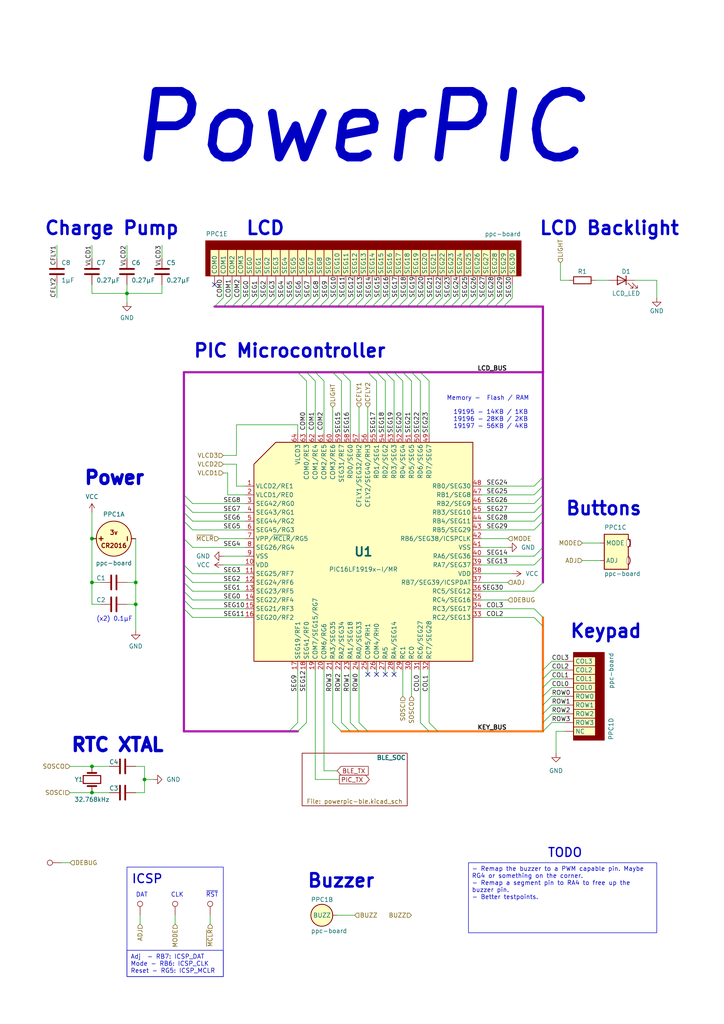
<source format=kicad_sch>
(kicad_sch (version 20220622) (generator eeschema)
  (paper "A4" portrait)
  (title_block (title "Power PIC Calculator Watch") (date "2022-08-17") (rev "3.0") (comment 1 "Designed by Rex McKinnon <0xff@rexploits.com>") (comment 3 "IN DEVELOPMENT"))
  (lib_symbols
    (symbol "Connector:TestPoint" (pin_numbers hide) (pin_names (offset 0.762) hide)
      (property "Reference" "TP" (at 0 6.858 0))
      (property "Value" "TestPoint" (at 0 5.08 0))
      (symbol "TestPoint_1_1"
        (pin passive line (at 0 0 90) (length 2.54) (name "1") (number "1"))
      )
    )
    (symbol "Device:C" (pin_numbers hide) (pin_names (offset 0.254))
      (property "Reference" "C" (at 0.635 2.54 0))
      (property "Value" "C" (at 0.635 -2.54 0))
      (symbol "C_1_1"
        (pin passive line (at 0 3.81 270) (length 2.794) (name "~") (number "1"))
        (pin passive line (at 0 -3.81 90) (length 2.794) (name "~") (number "2"))
      )
    )
    (symbol "Device:Crystal" (pin_numbers hide) (pin_names (offset 1.016) hide)
      (property "Reference" "Y" (at 0 3.81 0))
      (property "Value" "Crystal" (at 0 -3.81 0))
      (symbol "Crystal_1_1"
        (pin passive line (at -3.81 0 0) (length 1.27) (name "1") (number "1"))
        (pin passive line (at 3.81 0 180) (length 1.27) (name "2") (number "2"))
      )
    )
    (symbol "Device:LED" (pin_numbers hide) (pin_names (offset 1.016) hide)
      (property "Reference" "D" (at 0 2.54 0))
      (property "Value" "LED" (at 0 -2.54 0))
      (symbol "LED_1_1"
        (pin passive line (at -3.81 0 0) (length 2.54) (name "K") (number "1"))
        (pin passive line (at 3.81 0 180) (length 2.54) (name "A") (number "2"))
      )
    )
    (symbol "Device:R" (pin_numbers hide) (pin_names (offset 0))
      (property "Reference" "R" (at 2.032 0 90))
      (property "Value" "R" (at 0 0 90))
      (symbol "R_1_1"
        (pin passive line (at 0 3.81 270) (length 1.27) (name "~") (number "1"))
        (pin passive line (at 0 -3.81 90) (length 1.27) (name "~") (number "2"))
      )
    )
    (symbol "power:GND" (power) (pin_names (offset 0))
      (property "Value" "GND" (at 0 -3.81 0))
      (symbol "GND_1_1"
        (pin power_in line (at 0 0 270) (length 0) hide (name "GND") (number "1"))
      )
    )
    (symbol "power:VCC" (power) (pin_names (offset 0))
      (property "Value" "VCC" (at 0 3.81 0))
      (symbol "VCC_1_1"
        (pin power_in line (at 0 0 90) (length 0) hide (name "VCC") (number "1"))
      )
    )
    (symbol "powerpic:PIC16F1919x-xMR"
      (property "Reference" "U" (at -29.845 29.845 0))
      (property "Value" "PIC16F1919x-xMR" (at 0 0 0))
      (symbol "PIC16F1919x-xMR_1_1"
        (pin bidirectional line (at -34.29 19.05 0) (length 2.54) (name "VLCD2/RE1") (number "1"))
        (pin power_in line (at -34.29 -3.81 0) (length 2.54) (name "VDD") (number "10"))
        (pin bidirectional line (at -34.29 -6.35 0) (length 2.54) (name "SEG25/RF7") (number "11"))
        (pin bidirectional line (at -34.29 -8.89 0) (length 2.54) (name "SEG24/RF6") (number "12"))
        (pin bidirectional line (at -34.29 -11.43 0) (length 2.54) (name "SEG23/RF5") (number "13"))
        (pin bidirectional line (at -34.29 -13.97 0) (length 2.54) (name "SEG22/RF4") (number "14"))
        (pin bidirectional line (at -34.29 -16.51 0) (length 2.54) (name "SEG21/RF3") (number "15"))
        (pin bidirectional line (at -34.29 -19.05 0) (length 2.54) (name "SEG20/RF2") (number "16"))
        (pin bidirectional line (at -19.05 -34.29 90) (length 2.54) (name "SEG19/RF1") (number "17"))
        (pin bidirectional line (at -16.51 -34.29 90) (length 2.54) (name "SEG41/RF0") (number "18"))
        (pin bidirectional line (at -13.97 -34.29 90) (length 2.54) (name "COM7/SEG15/RG7") (number "19"))
        (pin bidirectional line (at -34.29 16.51 0) (length 2.54) (name "VLCD1/RE0") (number "2"))
        (pin bidirectional line (at -11.43 -34.29 90) (length 2.54) (name "COM6/RG6") (number "20"))
        (pin bidirectional line (at -8.89 -34.29 90) (length 2.54) (name "RA3/SEG35") (number "21"))
        (pin bidirectional line (at -6.35 -34.29 90) (length 2.54) (name "RA2/SEG34") (number "22"))
        (pin bidirectional line (at -3.81 -34.29 90) (length 2.54) (name "RA1/SEG18") (number "23"))
        (pin bidirectional line (at -1.27 -34.29 90) (length 2.54) (name "RA0/SEG33") (number "24"))
        (pin bidirectional line (at 1.27 -34.29 90) (length 2.54) (name "COM5/RH1") (number "25"))
        (pin bidirectional line (at 3.81 -34.29 90) (length 2.54) (name "COM4/RH0") (number "26"))
        (pin bidirectional line (at 6.35 -34.29 90) (length 2.54) (name "RA5") (number "27"))
        (pin bidirectional line (at 8.89 -34.29 90) (length 2.54) (name "RA4/SEG14") (number "28"))
        (pin bidirectional line (at 11.43 -34.29 90) (length 2.54) (name "RC1") (number "29"))
        (pin bidirectional line (at -34.29 13.97 0) (length 2.54) (name "SEG42/RG0") (number "3"))
        (pin bidirectional line (at 13.97 -34.29 90) (length 2.54) (name "RC0") (number "30"))
        (pin bidirectional line (at 16.51 -34.29 90) (length 2.54) (name "RC6/SEG27") (number "31"))
        (pin bidirectional line (at 19.05 -34.29 90) (length 2.54) (name "RC7/SEG28") (number "32"))
        (pin bidirectional line (at 34.29 -19.05 180) (length 2.54) (name "RC2/SEG13") (number "33"))
        (pin bidirectional line (at 34.29 -16.51 180) (length 2.54) (name "RC3/SEG17") (number "34"))
        (pin bidirectional line (at 34.29 -13.97 180) (length 2.54) (name "RC4/SEG16") (number "35"))
        (pin bidirectional line (at 34.29 -11.43 180) (length 2.54) (name "RC5/SEG12") (number "36"))
        (pin bidirectional line (at 34.29 -8.89 180) (length 2.54) (name "RB7/SEG39/ICSPDAT") (number "37"))
        (pin power_in line (at 34.29 -6.35 180) (length 2.54) (name "VDD") (number "38"))
        (pin bidirectional line (at 34.29 -3.81 180) (length 2.54) (name "RA7/SEG37") (number "39"))
        (pin bidirectional line (at -34.29 11.43 0) (length 2.54) (name "SEG43/RG1") (number "4"))
        (pin bidirectional line (at 34.29 -1.27 180) (length 2.54) (name "RA6/SEG36") (number "40"))
        (pin power_in line (at 34.29 1.27 180) (length 2.54) (name "VSS") (number "41"))
        (pin bidirectional line (at 34.29 3.81 180) (length 2.54) (name "RB6/SEG38/ICSPCLK") (number "42"))
        (pin bidirectional line (at 34.29 6.35 180) (length 2.54) (name "RB5/SEG29") (number "43"))
        (pin bidirectional line (at 34.29 8.89 180) (length 2.54) (name "RB4/SEG11") (number "44"))
        (pin bidirectional line (at 34.29 11.43 180) (length 2.54) (name "RB3/SEG10") (number "45"))
        (pin bidirectional line (at 34.29 13.97 180) (length 2.54) (name "RB2/SEG9") (number "46"))
        (pin bidirectional line (at 34.29 16.51 180) (length 2.54) (name "RB1/SEG8") (number "47"))
        (pin bidirectional line (at 34.29 19.05 180) (length 2.54) (name "RB0/SEG30") (number "48"))
        (pin bidirectional line (at 19.05 34.29 270) (length 2.54) (name "RD7/SEG7") (number "49"))
        (pin bidirectional line (at -34.29 8.89 0) (length 2.54) (name "SEG44/RG2") (number "5"))
        (pin bidirectional line (at 16.51 34.29 270) (length 2.54) (name "RD6/SEG6") (number "50"))
        (pin bidirectional line (at 13.97 34.29 270) (length 2.54) (name "RD5/SEG5") (number "51"))
        (pin bidirectional line (at 11.43 34.29 270) (length 2.54) (name "RD4/SEG4") (number "52"))
        (pin bidirectional line (at 8.89 34.29 270) (length 2.54) (name "RD3/SEG3") (number "53"))
        (pin bidirectional line (at 6.35 34.29 270) (length 2.54) (name "RD2/SEG2") (number "54"))
        (pin bidirectional line (at 3.81 34.29 270) (length 2.54) (name "RD1/SEG1") (number "55"))
        (pin bidirectional line (at 1.27 34.29 270) (length 2.54) (name "CFLY2/SEG40/RH3") (number "56"))
        (pin bidirectional line (at -1.27 34.29 270) (length 2.54) (name "CFLY1/SEG32/RH2") (number "57"))
        (pin bidirectional line (at -3.81 34.29 270) (length 2.54) (name "RD0/SEG0") (number "58"))
        (pin bidirectional line (at -6.35 34.29 270) (length 2.54) (name "SEG31/RE7") (number "59"))
        (pin bidirectional line (at -34.29 6.35 0) (length 2.54) (name "SEG45/RG3") (number "6"))
        (pin bidirectional line (at -8.89 34.29 270) (length 2.54) (name "COM3/RE6") (number "60"))
        (pin bidirectional line (at -11.43 34.29 270) (length 2.54) (name "COM2/RE5") (number "61"))
        (pin bidirectional line (at -13.97 34.29 270) (length 2.54) (name "COM1/RE4") (number "62"))
        (pin bidirectional line (at -16.51 34.29 270) (length 2.54) (name "COM0/RE3") (number "63"))
        (pin input line (at -19.05 34.29 270) (length 2.54) (name "VLCD3") (number "64"))
        (pin power_in line (at -34.29 -1.27 0) (length 2.54) hide (name "VSS") (number "65"))
        (pin bidirectional line (at -34.29 3.81 0) (length 2.54) (name "VPP/~{MCLR}/RG5") (number "7"))
        (pin bidirectional line (at -34.29 1.27 0) (length 2.54) (name "SEG26/RG4") (number "8"))
        (pin power_in line (at -34.29 -1.27 0) (length 2.54) (name "VSS") (number "9"))
      )
    )
    (symbol "powerpic:ppc-board" (pin_numbers hide)
      (property "Reference" "PPC" (at 0 0 0))
      (property "Value" "ppc-board" (at 0 0 0))
      (symbol "ppc-board_1_0"
        (text "+" (at -3.81 0 900) (effects (font (size 1.524 1.524) bold)))
        (text "-" (at 3.81 0 900) (effects (font (size 1.524 1.524) bold)))
        (text "3v" (at 0 1.778 0) (effects (font (size 1.27 1.27) bold)))
        (text "CR2016" (at 0 -2.032 0) (effects (font (size 1.27 1.27) bold)))
      )
      (symbol "ppc-board_1_1"
        (pin power_out line (at -6.35 0 0) (length 1.27) hide (name "VCC") (number "1"))
        (pin power_out line (at 6.35 0 180) (length 1.27) hide (name "GND") (number "2"))
      )
      (symbol "ppc-board_2_1"
        (pin input line (at 3.81 0 180) (length 1.27) (name "BUZZ") (number "3"))
      )
      (symbol "ppc-board_3_1"
        (pin output line (at -3.81 2.54 0) (length 1.27) (name "MODE") (number "4"))
        (pin output line (at -3.81 -2.54 0) (length 1.27) (name "ADJ") (number "5"))
      )
      (symbol "ppc-board_4_1"
        (pin bidirectional line (at 6.35 0 180) (length 2.54) (name "ROW0") (number "10"))
        (pin bidirectional line (at 6.35 -2.54 180) (length 2.54) (name "COL0") (number "11"))
        (pin bidirectional line (at 6.35 -5.08 180) (length 2.54) (name "COL1") (number "12"))
        (pin bidirectional line (at 6.35 -7.62 180) (length 2.54) (name "COL2") (number "13"))
        (pin bidirectional line (at 6.35 -10.16 180) (length 2.54) (name "COL3") (number "14"))
        (pin unspecified line (at 6.35 10.16 180) (length 2.54) (name "NC") (number "6"))
        (pin bidirectional line (at 6.35 7.62 180) (length 2.54) (name "ROW3") (number "7"))
        (pin bidirectional line (at 6.35 5.08 180) (length 2.54) (name "ROW2") (number "8"))
        (pin bidirectional line (at 6.35 2.54 180) (length 2.54) (name "ROW1") (number "9"))
      )
      (symbol "ppc-board_5_1"
        (pin input line (at -6.35 41.91 0) (length 2.54) (name "COM0") (number "15"))
        (pin input line (at -6.35 39.37 0) (length 2.54) (name "COM1") (number "16"))
        (pin input line (at -6.35 36.83 0) (length 2.54) (name "COM2") (number "17"))
        (pin input line (at -6.35 34.29 0) (length 2.54) (name "COM3") (number "18"))
        (pin input line (at -6.35 31.75 0) (length 2.54) (name "SEG0") (number "19"))
        (pin input line (at -6.35 29.21 0) (length 2.54) (name "SEG1") (number "20"))
        (pin input line (at -6.35 26.67 0) (length 2.54) (name "SEG2") (number "21"))
        (pin input line (at -6.35 24.13 0) (length 2.54) (name "SEG3") (number "22"))
        (pin input line (at -6.35 21.59 0) (length 2.54) (name "SEG4") (number "23"))
        (pin input line (at -6.35 19.05 0) (length 2.54) (name "SEG5") (number "24"))
        (pin input line (at -6.35 16.51 0) (length 2.54) (name "SEG6") (number "25"))
        (pin input line (at -6.35 13.97 0) (length 2.54) (name "SEG7") (number "26"))
        (pin input line (at -6.35 11.43 0) (length 2.54) (name "SEG8") (number "27"))
        (pin input line (at -6.35 8.89 0) (length 2.54) (name "SEG9") (number "28"))
        (pin input line (at -6.35 6.35 0) (length 2.54) (name "SEG10") (number "29"))
        (pin input line (at -6.35 3.81 0) (length 2.54) (name "SEG11") (number "30"))
        (pin input line (at -6.35 1.27 0) (length 2.54) (name "SEG12") (number "31"))
        (pin input line (at -6.35 -1.27 0) (length 2.54) (name "SEG13") (number "32"))
        (pin input line (at -6.35 -3.81 0) (length 2.54) (name "SEG14") (number "33"))
        (pin input line (at -6.35 -6.35 0) (length 2.54) (name "SEG15") (number "34"))
        (pin input line (at -6.35 -8.89 0) (length 2.54) (name "SEG16") (number "35"))
        (pin input line (at -6.35 -11.43 0) (length 2.54) (name "SEG17") (number "36"))
        (pin input line (at -6.35 -13.97 0) (length 2.54) (name "SEG18") (number "37"))
        (pin input line (at -6.35 -16.51 0) (length 2.54) (name "SEG19") (number "38"))
        (pin input line (at -6.35 -19.05 0) (length 2.54) (name "SEG20") (number "39"))
        (pin input line (at -6.35 -21.59 0) (length 2.54) (name "SEG21") (number "40"))
        (pin input line (at -6.35 -24.13 0) (length 2.54) (name "SEG22") (number "41"))
        (pin input line (at -6.35 -26.67 0) (length 2.54) (name "SEG23") (number "42"))
        (pin input line (at -6.35 -29.21 0) (length 2.54) (name "SEG24") (number "43"))
        (pin input line (at -6.35 -31.75 0) (length 2.54) (name "SEG25") (number "44"))
        (pin input line (at -6.35 -34.29 0) (length 2.54) (name "SEG26") (number "45"))
        (pin input line (at -6.35 -36.83 0) (length 2.54) (name "SEG27") (number "46"))
        (pin input line (at -6.35 -39.37 0) (length 2.54) (name "SEG28") (number "47"))
        (pin input line (at -6.35 -41.91 0) (length 2.54) (name "SEG29") (number "48"))
        (pin input line (at -6.35 -44.45 0) (length 2.54) (name "SEG30") (number "49"))
      )
    )
  )
  (junction (at 26.67 156.21))
  (junction (at 26.67 168.91))
  (junction (at 39.37 168.91))
  (junction (at 26.67 222.25))
  (junction (at 39.37 175.26))
  (junction (at 41.91 226.06))
  (junction (at 36.83 85.09))
  (junction (at 157.48 107.95) (diameter 0.635) (color 162 18 165 1))
  (junction (at 26.67 229.87))
  (no_connect (at 114.3 195.58))
  (no_connect (at 111.76 195.58))
  (no_connect (at 106.68 195.58))
  (no_connect (at 109.22 195.58))
  (no_connect (at 62.23 82.55))
  (bus_entry (at 143.51 88.9) (size 2.54 -2.54))
  (bus_entry (at 130.81 88.9) (size 2.54 -2.54))
  (bus_entry (at 53.34 156.21) (size 2.54 2.54))
  (bus_entry (at 133.35 88.9) (size 2.54 -2.54))
  (bus_entry (at 53.34 166.37) (size 2.54 2.54))
  (bus_entry (at 87.63 88.9) (size 2.54 -2.54))
  (bus_entry (at 53.34 176.53) (size 2.54 2.54))
  (bus_entry (at 140.97 88.9) (size 2.54 -2.54))
  (bus_entry (at 85.09 88.9) (size 2.54 -2.54))
  (bus_entry (at 138.43 88.9) (size 2.54 -2.54))
  (bus_entry (at 86.36 107.95) (size 2.54 2.54))
  (bus_entry (at 110.49 88.9) (size 2.54 -2.54))
  (bus_entry (at 121.92 107.95) (size 2.54 2.54))
  (bus_entry (at 67.31 88.9) (size 2.54 -2.54))
  (bus_entry (at 62.23 88.9) (size 2.54 -2.54))
  (bus_entry (at 64.77 88.9) (size 2.54 -2.54))
  (bus_entry (at 77.47 88.9) (size 2.54 -2.54))
  (bus_entry (at 80.01 88.9) (size 2.54 -2.54))
  (bus_entry (at 74.93 88.9) (size 2.54 -2.54))
  (bus_entry (at 72.39 88.9) (size 2.54 -2.54))
  (bus_entry (at 69.85 88.9) (size 2.54 -2.54))
  (bus_entry (at 120.65 88.9) (size 2.54 -2.54))
  (bus_entry (at 96.52 107.95) (size 2.54 2.54))
  (bus_entry (at 53.34 173.99) (size 2.54 2.54))
  (bus_entry (at 100.33 88.9) (size 2.54 -2.54))
  (bus_entry (at 106.68 107.95) (size 2.54 2.54))
  (bus_entry (at 109.22 107.95) (size 2.54 2.54))
  (bus_entry (at 53.34 168.91) (size 2.54 2.54))
  (bus_entry (at 128.27 88.9) (size 2.54 -2.54))
  (bus_entry (at 157.48 201.93) (size 2.54 -2.54))
  (bus_entry (at 157.48 199.39) (size 2.54 -2.54))
  (bus_entry (at 157.48 196.85) (size 2.54 -2.54))
  (bus_entry (at 157.48 194.31) (size 2.54 -2.54))
  (bus_entry (at 157.48 204.47) (size 2.54 -2.54))
  (bus_entry (at 157.48 212.09) (size 2.54 -2.54))
  (bus_entry (at 157.48 209.55) (size 2.54 -2.54))
  (bus_entry (at 157.48 207.01) (size 2.54 -2.54))
  (bus_entry (at 99.06 107.95) (size 2.54 2.54))
  (bus_entry (at 53.34 146.05) (size 2.54 2.54))
  (bus_entry (at 114.3 107.95) (size 2.54 2.54))
  (bus_entry (at 116.84 107.95) (size 2.54 2.54))
  (bus_entry (at 119.38 107.95) (size 2.54 2.54))
  (bus_entry (at 146.05 88.9) (size 2.54 -2.54))
  (bus_entry (at 135.89 88.9) (size 2.54 -2.54))
  (bus_entry (at 154.94 140.97) (size 2.54 -2.54))
  (bus_entry (at 154.94 163.83) (size 2.54 -2.54))
  (bus_entry (at 154.94 161.29) (size 2.54 -2.54))
  (bus_entry (at 154.94 153.67) (size 2.54 -2.54))
  (bus_entry (at 154.94 151.13) (size 2.54 -2.54))
  (bus_entry (at 154.94 148.59) (size 2.54 -2.54))
  (bus_entry (at 154.94 146.05) (size 2.54 -2.54))
  (bus_entry (at 154.94 143.51) (size 2.54 -2.54))
  (bus_entry (at 154.94 171.45) (size 2.54 -2.54))
  (bus_entry (at 92.71 88.9) (size 2.54 -2.54))
  (bus_entry (at 53.34 148.59) (size 2.54 2.54))
  (bus_entry (at 105.41 88.9) (size 2.54 -2.54))
  (bus_entry (at 123.19 88.9) (size 2.54 -2.54))
  (bus_entry (at 121.92 209.55) (size 2.54 2.54))
  (bus_entry (at 124.46 209.55) (size 2.54 2.54))
  (bus_entry (at 53.34 143.51) (size 2.54 2.54))
  (bus_entry (at 111.76 107.95) (size 2.54 2.54))
  (bus_entry (at 107.95 88.9) (size 2.54 -2.54))
  (bus_entry (at 125.73 88.9) (size 2.54 -2.54))
  (bus_entry (at 91.44 107.95) (size 2.54 2.54))
  (bus_entry (at 53.34 151.13) (size 2.54 2.54))
  (bus_entry (at 96.52 209.55) (size 2.54 2.54))
  (bus_entry (at 99.06 209.55) (size 2.54 2.54))
  (bus_entry (at 101.6 209.55) (size 2.54 2.54))
  (bus_entry (at 104.14 209.55) (size 2.54 2.54))
  (bus_entry (at 154.94 176.53) (size 2.54 2.54))
  (bus_entry (at 154.94 179.07) (size 2.54 2.54))
  (bus_entry (at 82.55 88.9) (size 2.54 -2.54))
  (bus_entry (at 83.82 212.09) (size 2.54 -2.54))
  (bus_entry (at 86.36 212.09) (size 2.54 -2.54))
  (bus_entry (at 97.79 88.9) (size 2.54 -2.54))
  (bus_entry (at 53.34 171.45) (size 2.54 2.54))
  (bus_entry (at 88.9 107.95) (size 2.54 2.54))
  (bus_entry (at 53.34 163.83) (size 2.54 2.54))
  (bus_entry (at 102.87 88.9) (size 2.54 -2.54))
  (bus_entry (at 95.25 88.9) (size 2.54 -2.54))
  (bus_entry (at 90.17 88.9) (size 2.54 -2.54))
  (bus_entry (at 118.11 88.9) (size 2.54 -2.54))
  (bus_entry (at 115.57 88.9) (size 2.54 -2.54))
  (bus_entry (at 113.03 88.9) (size 2.54 -2.54))
  (wire (pts (xy 146.05 82.55) (xy 146.05 86.36)))
  (wire (pts (xy 143.51 82.55) (xy 143.51 86.36)))
  (bus (pts (xy 86.36 107.95) (xy 88.9 107.95)) (stroke (width 0.635) (color 162 18 165 1)))
  (bus (pts (xy 53.34 151.13) (xy 53.34 156.21)) (stroke (width 0.635) (color 162 18 165 1)))
  (wire (pts (xy 135.89 82.55) (xy 135.89 86.36)))
  (wire (pts (xy 60.96 265.43) (xy 60.96 267.97)))
  (wire (pts (xy 85.09 82.55) (xy 85.09 86.36)))
  (bus (pts (xy 99.06 107.95) (xy 106.68 107.95)) (stroke (width 0.635) (color 162 18 165 1)))
  (wire (pts (xy 66.04 137.16) (xy 66.04 143.51)))
  (wire (pts (xy 104.14 125.73) (xy 104.14 118.11)))
  (wire (pts (xy 36.83 85.09) (xy 36.83 87.63)))
  (bus (pts (xy 92.71 88.9) (xy 90.17 88.9)) (stroke (width 0.635) (color 162 18 165 1)))
  (bus (pts (xy 82.55 88.9) (xy 80.01 88.9)) (stroke (width 0.635) (color 162 18 165 1)))
  (wire (pts (xy 77.47 82.55) (xy 77.47 86.36)))
  (wire (pts (xy 46.99 71.12) (xy 46.99 74.93)))
  (wire (pts (xy 104.14 194.31) (xy 104.14 209.55)))
  (bus (pts (xy 53.34 107.95) (xy 86.36 107.95)) (stroke (width 0.635) (color 162 18 165 1)))
  (wire (pts (xy 123.19 82.55) (xy 123.19 86.36)))
  (wire (pts (xy 147.32 168.91) (xy 139.7 168.91)))
  (wire (pts (xy 86.36 125.73) (xy 86.36 123.19)))
  (wire (pts (xy 109.22 110.49) (xy 109.22 125.73)))
  (wire (pts (xy 36.83 175.26) (xy 39.37 175.26)))
  (bus (pts (xy 53.34 143.51) (xy 53.34 107.95)) (stroke (width 0.635) (color 162 18 165 1)))
  (wire (pts (xy 90.17 82.55) (xy 90.17 86.36)))
  (wire (pts (xy 100.33 82.55) (xy 100.33 86.36)))
  (wire (pts (xy 91.44 110.49) (xy 91.44 125.73)))
  (wire (pts (xy 168.91 157.48) (xy 173.99 157.48)))
  (wire (pts (xy 161.29 212.09) (xy 163.83 212.09)))
  (wire (pts (xy 115.57 82.55) (xy 115.57 86.36)))
  (bus (pts (xy 99.06 107.95) (xy 96.52 107.95)) (stroke (width 0.635) (color 162 18 165 1)))
  (bus (pts (xy 80.01 88.9) (xy 77.47 88.9)) (stroke (width 0.635) (color 162 18 165 1)))
  (bus (pts (xy 53.34 156.21) (xy 53.34 163.83)) (stroke (width 0.635) (color 162 18 165 1)))
  (wire (pts (xy 26.67 222.25) (xy 31.75 222.25)))
  (wire (pts (xy 68.58 132.08) (xy 64.77 132.08)))
  (wire (pts (xy 161.29 218.44) (xy 161.29 212.09)))
  (wire (pts (xy 102.87 82.55) (xy 102.87 86.36)))
  (bus (pts (xy 130.81 88.9) (xy 128.27 88.9)) (stroke (width 0.635) (color 162 18 165 1)))
  (wire (pts (xy 64.77 134.62) (xy 68.58 134.62)))
  (bus (pts (xy 157.48 138.43) (xy 157.48 140.97)) (stroke (width 0.635) (color 162 18 165 1)))
  (wire (pts (xy 68.58 140.97) (xy 68.58 134.62)))
  (wire (pts (xy 130.81 82.55) (xy 130.81 86.36)))
  (wire (pts (xy 139.7 148.59) (xy 154.94 148.59)))
  (wire (pts (xy 105.41 82.55) (xy 105.41 86.36)))
  (wire (pts (xy 55.88 176.53) (xy 71.12 176.53)))
  (bus (pts (xy 119.38 107.95) (xy 121.92 107.95)) (stroke (width 0.635) (color 162 18 165 1)))
  (wire (pts (xy 99.06 110.49) (xy 99.06 125.73)))
  (bus (pts (xy 83.82 212.09) (xy 86.36 212.09)) (stroke (width 0.635) (color 162 18 165 1)))
  (wire (pts (xy 121.92 110.49) (xy 121.92 125.73)))
  (wire (pts (xy 114.3 195.58) (xy 114.3 194.31)))
  (bus (pts (xy 102.87 88.9) (xy 100.33 88.9)) (stroke (width 0.635) (color 162 18 165 1)))
  (bus (pts (xy 157.48 209.55) (xy 157.48 212.09)) (stroke (width 0.6096) (color 255 109 13 1)))
  (wire (pts (xy 64.77 163.83) (xy 71.12 163.83)))
  (wire (pts (xy 107.95 82.55) (xy 107.95 86.36)))
  (wire (pts (xy 162.56 76.2) (xy 162.56 81.28)))
  (wire (pts (xy 139.7 153.67) (xy 154.94 153.67)))
  (wire (pts (xy 160.02 204.47) (xy 163.83 204.47)))
  (bus (pts (xy 97.79 88.9) (xy 95.25 88.9)) (stroke (width 0.635) (color 162 18 165 1)))
  (wire (pts (xy 120.65 82.55) (xy 120.65 86.36)))
  (bus (pts (xy 107.95 88.9) (xy 105.41 88.9)) (stroke (width 0.635) (color 162 18 165 1)))
  (wire (pts (xy 124.46 194.31) (xy 124.46 209.55)))
  (wire (pts (xy 20.32 222.25) (xy 26.67 222.25)))
  (wire (pts (xy 87.63 82.55) (xy 87.63 86.36)))
  (bus (pts (xy 53.34 148.59) (xy 53.34 146.05)) (stroke (width 0.635) (color 162 18 165 1)))
  (bus (pts (xy 106.68 212.09) (xy 124.46 212.09)) (stroke (width 0.6096) (color 255 109 13 1)))
  (wire (pts (xy 55.88 146.05) (xy 71.12 146.05)))
  (wire (pts (xy 63.5 156.21) (xy 71.12 156.21)))
  (wire (pts (xy 64.77 137.16) (xy 66.04 137.16)))
  (bus (pts (xy 157.48 148.59) (xy 157.48 151.13)) (stroke (width 0.635) (color 162 18 165 1)))
  (bus (pts (xy 118.11 88.9) (xy 115.57 88.9)) (stroke (width 0.635) (color 162 18 165 1)))
  (wire (pts (xy 139.7 166.37) (xy 148.59 166.37)))
  (wire (pts (xy 96.52 118.11) (xy 96.52 125.73)))
  (wire (pts (xy 95.25 82.55) (xy 95.25 86.36)))
  (wire (pts (xy 26.67 148.59) (xy 26.67 156.21)))
  (bus (pts (xy 114.3 107.95) (xy 111.76 107.95)) (stroke (width 0.635) (color 162 18 165 1)))
  (wire (pts (xy 97.79 82.55) (xy 97.79 86.36)))
  (wire (pts (xy 139.7 171.45) (xy 154.94 171.45)))
  (wire (pts (xy 147.32 173.99) (xy 139.7 173.99)))
  (wire (pts (xy 71.12 140.97) (xy 68.58 140.97)))
  (bus (pts (xy 64.77 88.9) (xy 62.23 88.9)) (stroke (width 0.635) (color 162 18 165 1)))
  (bus (pts (xy 128.27 88.9) (xy 125.73 88.9)) (stroke (width 0.635) (color 162 18 165 1)))
  (wire (pts (xy 111.76 195.58) (xy 111.76 194.31)))
  (wire (pts (xy 128.27 82.55) (xy 128.27 86.36)))
  (wire (pts (xy 26.67 156.21) (xy 26.67 168.91)))
  (bus (pts (xy 157.48 179.07) (xy 157.48 181.61)) (stroke (width 0.6096) (color 255 109 13 1)))
  (bus (pts (xy 104.14 212.09) (xy 106.68 212.09)) (stroke (width 0.6096) (color 255 109 13 1)))
  (bus (pts (xy 157.48 107.95) (xy 157.48 138.43)) (stroke (width 0.635) (color 162 18 165 1)))
  (wire (pts (xy 168.91 162.56) (xy 173.99 162.56)))
  (wire (pts (xy 119.38 194.31) (xy 119.38 201.93)))
  (wire (pts (xy 26.67 82.55) (xy 26.67 85.09)))
  (wire (pts (xy 160.02 199.39) (xy 163.83 199.39)))
  (bus (pts (xy 143.51 88.9) (xy 140.97 88.9)) (stroke (width 0.635) (color 162 18 165 1)))
  (wire (pts (xy 160.02 207.01) (xy 163.83 207.01)))
  (wire (pts (xy 41.91 226.06) (xy 41.91 222.25)))
  (wire (pts (xy 41.91 222.25) (xy 39.37 222.25)))
  (bus (pts (xy 53.34 166.37) (xy 53.34 163.83)) (stroke (width 0.635) (color 162 18 165 1)))
  (bus (pts (xy 121.92 107.95) (xy 157.48 107.95)) (stroke (width 0.635) (color 162 18 165 1)))
  (bus (pts (xy 157.48 199.39) (xy 157.48 201.93)) (stroke (width 0.6096) (color 255 109 13 1)))
  (wire (pts (xy 114.3 110.49) (xy 114.3 125.73)))
  (wire (pts (xy 139.7 179.07) (xy 154.94 179.07)))
  (wire (pts (xy 88.9 110.49) (xy 88.9 125.73)))
  (wire (pts (xy 55.88 148.59) (xy 71.12 148.59)))
  (wire (pts (xy 64.77 161.29) (xy 71.12 161.29)))
  (bus (pts (xy 77.47 88.9) (xy 74.93 88.9)) (stroke (width 0.635) (color 162 18 165 1)))
  (bus (pts (xy 91.44 107.95) (xy 96.52 107.95)) (stroke (width 0.635) (color 162 18 165 1)))
  (bus (pts (xy 53.34 212.09) (xy 53.34 176.53)) (stroke (width 0.635) (color 162 18 165 1)))
  (wire (pts (xy 113.03 82.55) (xy 113.03 86.36)))
  (bus (pts (xy 53.34 171.45) (xy 53.34 173.99)) (stroke (width 0.635) (color 162 18 165 1)))
  (bus (pts (xy 124.46 212.09) (xy 127 212.09)) (stroke (width 0.6096) (color 255 109 13 1)))
  (wire (pts (xy 69.85 82.55) (xy 69.85 86.36)))
  (wire (pts (xy 67.31 82.55) (xy 67.31 86.36)))
  (wire (pts (xy 101.6 110.49) (xy 101.6 125.73)))
  (bus (pts (xy 157.48 151.13) (xy 157.48 158.75)) (stroke (width 0.635) (color 162 18 165 1)))
  (bus (pts (xy 53.34 168.91) (xy 53.34 166.37)) (stroke (width 0.635) (color 162 18 165 1)))
  (wire (pts (xy 139.7 140.97) (xy 154.94 140.97)))
  (bus (pts (xy 157.48 143.51) (xy 157.48 146.05)) (stroke (width 0.635) (color 162 18 165 1)))
  (wire (pts (xy 109.22 195.58) (xy 109.22 194.31)))
  (bus (pts (xy 67.31 88.9) (xy 64.77 88.9)) (stroke (width 0.635) (color 162 18 165 1)))
  (wire (pts (xy 116.84 194.31) (xy 116.84 201.93)))
  (bus (pts (xy 109.22 107.95) (xy 111.76 107.95)) (stroke (width 0.635) (color 162 18 165 1)))
  (bus (pts (xy 157.48 196.85) (xy 157.48 199.39)) (stroke (width 0.6096) (color 255 109 13 1)))
  (wire (pts (xy 36.83 71.12) (xy 36.83 74.93)))
  (wire (pts (xy 110.49 82.55) (xy 110.49 86.36)))
  (wire (pts (xy 16.51 71.12) (xy 16.51 74.93)))
  (wire (pts (xy 86.36 123.19) (xy 68.58 123.19)))
  (bus (pts (xy 53.34 212.09) (xy 83.82 212.09)) (stroke (width 0.635) (color 162 18 165 1)))
  (bus (pts (xy 106.68 107.95) (xy 109.22 107.95)) (stroke (width 0.635) (color 162 18 165 1)))
  (bus (pts (xy 53.34 173.99) (xy 53.34 176.53)) (stroke (width 0.635) (color 162 18 165 1)))
  (wire (pts (xy 92.71 82.55) (xy 92.71 86.36)))
  (wire (pts (xy 93.98 194.31) (xy 93.98 223.52)))
  (wire (pts (xy 139.7 161.29) (xy 154.94 161.29)))
  (wire (pts (xy 125.73 82.55) (xy 125.73 86.36)))
  (bus (pts (xy 95.25 88.9) (xy 92.71 88.9)) (stroke (width 0.635) (color 162 18 165 1)))
  (wire (pts (xy 36.83 168.91) (xy 39.37 168.91)))
  (wire (pts (xy 133.35 82.55) (xy 133.35 86.36)))
  (wire (pts (xy 140.97 82.55) (xy 140.97 86.36)))
  (wire (pts (xy 88.9 194.31) (xy 88.9 209.55)))
  (wire (pts (xy 26.67 168.91) (xy 26.67 175.26)))
  (bus (pts (xy 99.06 212.09) (xy 101.6 212.09)) (stroke (width 0.6096) (color 255 109 13 1)))
  (wire (pts (xy 36.83 85.09) (xy 46.99 85.09)))
  (wire (pts (xy 96.52 194.31) (xy 96.52 209.55)))
  (wire (pts (xy 55.88 179.07) (xy 71.12 179.07)))
  (wire (pts (xy 20.32 229.87) (xy 26.67 229.87)))
  (wire (pts (xy 111.76 110.49) (xy 111.76 125.73)))
  (wire (pts (xy 26.67 168.91) (xy 29.21 168.91)))
  (wire (pts (xy 86.36 194.31) (xy 86.36 209.55)))
  (wire (pts (xy 72.39 82.55) (xy 72.39 86.36)))
  (bus (pts (xy 90.17 88.9) (xy 87.63 88.9)) (stroke (width 0.635) (color 162 18 165 1)))
  (wire (pts (xy 190.5 81.28) (xy 190.5 86.36)))
  (bus (pts (xy 123.19 88.9) (xy 120.65 88.9)) (stroke (width 0.635) (color 162 18 165 1)))
  (wire (pts (xy 93.98 110.49) (xy 93.98 125.73)))
  (wire (pts (xy 68.58 123.19) (xy 68.58 132.08)))
  (wire (pts (xy 101.6 194.31) (xy 101.6 209.55)))
  (wire (pts (xy 106.68 125.73) (xy 106.68 118.11)))
  (wire (pts (xy 50.8 265.43) (xy 50.8 267.97)))
  (bus (pts (xy 157.48 194.31) (xy 157.48 196.85)) (stroke (width 0.6096) (color 255 109 13 1)))
  (bus (pts (xy 87.63 88.9) (xy 85.09 88.9)) (stroke (width 0.635) (color 162 18 165 1)))
  (wire (pts (xy 26.67 175.26) (xy 29.21 175.26)))
  (wire (pts (xy 160.02 201.93) (xy 163.83 201.93)))
  (bus (pts (xy 157.48 161.29) (xy 157.48 168.91)) (stroke (width 0.635) (color 162 18 165 1)))
  (wire (pts (xy 80.01 82.55) (xy 80.01 86.36)))
  (wire (pts (xy 106.68 195.58) (xy 106.68 194.31)))
  (wire (pts (xy 64.77 82.55) (xy 64.77 86.36)))
  (bus (pts (xy 69.85 88.9) (xy 67.31 88.9)) (stroke (width 0.635) (color 162 18 165 1)))
  (wire (pts (xy 118.11 82.55) (xy 118.11 86.36)))
  (wire (pts (xy 46.99 82.55) (xy 46.99 85.09)))
  (wire (pts (xy 55.88 171.45) (xy 71.12 171.45)))
  (wire (pts (xy 160.02 196.85) (xy 163.83 196.85)))
  (bus (pts (xy 146.05 88.9) (xy 143.51 88.9)) (stroke (width 0.635) (color 162 18 165 1)))
  (wire (pts (xy 41.91 229.87) (xy 41.91 226.06)))
  (bus (pts (xy 88.9 107.95) (xy 91.44 107.95)) (stroke (width 0.635) (color 162 18 165 1)))
  (wire (pts (xy 71.12 143.51) (xy 66.04 143.51)))
  (bus (pts (xy 133.35 88.9) (xy 130.81 88.9)) (stroke (width 0.635) (color 162 18 165 1)))
  (wire (pts (xy 16.51 86.36) (xy 16.51 82.55)))
  (wire (pts (xy 55.88 173.99) (xy 71.12 173.99)))
  (bus (pts (xy 72.39 88.9) (xy 69.85 88.9)) (stroke (width 0.635) (color 162 18 165 1)))
  (bus (pts (xy 138.43 88.9) (xy 135.89 88.9)) (stroke (width 0.635) (color 162 18 165 1)))
  (wire (pts (xy 36.83 82.55) (xy 36.83 85.09)))
  (wire (pts (xy 55.88 151.13) (xy 71.12 151.13)))
  (bus (pts (xy 157.48 201.93) (xy 157.48 204.47)) (stroke (width 0.6096) (color 255 109 13 1)))
  (wire (pts (xy 55.88 153.67) (xy 71.12 153.67)))
  (bus (pts (xy 127 212.09) (xy 157.48 212.09)) (stroke (width 0.6096) (color 255 109 13 1)))
  (wire (pts (xy 40.64 265.43) (xy 40.64 267.97)))
  (bus (pts (xy 157.48 181.61) (xy 157.48 194.31)) (stroke (width 0.6096) (color 255 109 13 1)))
  (wire (pts (xy 139.7 158.75) (xy 147.32 158.75)))
  (bus (pts (xy 53.34 151.13) (xy 53.34 148.59)) (stroke (width 0.635) (color 162 18 165 1)))
  (wire (pts (xy 26.67 229.87) (xy 31.75 229.87)))
  (wire (pts (xy 162.56 81.28) (xy 165.1 81.28)))
  (bus (pts (xy 119.38 107.95) (xy 116.84 107.95)) (stroke (width 0.635) (color 162 18 165 1)))
  (bus (pts (xy 113.03 88.9) (xy 110.49 88.9)) (stroke (width 0.635) (color 162 18 165 1)))
  (wire (pts (xy 160.02 194.31) (xy 163.83 194.31)))
  (bus (pts (xy 157.48 158.75) (xy 157.48 161.29)) (stroke (width 0.635) (color 162 18 165 1)))
  (wire (pts (xy 184.15 81.28) (xy 190.5 81.28)))
  (bus (pts (xy 157.48 204.47) (xy 157.48 207.01)) (stroke (width 0.6096) (color 255 109 13 1)))
  (wire (pts (xy 139.7 163.83) (xy 154.94 163.83)))
  (wire (pts (xy 139.7 146.05) (xy 154.94 146.05)))
  (wire (pts (xy 26.67 85.09) (xy 36.83 85.09)))
  (bus (pts (xy 140.97 88.9) (xy 138.43 88.9)) (stroke (width 0.635) (color 162 18 165 1)))
  (wire (pts (xy 82.55 82.55) (xy 82.55 86.36)))
  (wire (pts (xy 39.37 175.26) (xy 39.37 182.88)))
  (wire (pts (xy 139.7 176.53) (xy 154.94 176.53)))
  (wire (pts (xy 119.38 110.49) (xy 119.38 125.73)))
  (bus (pts (xy 74.93 88.9) (xy 72.39 88.9)) (stroke (width 0.635) (color 162 18 165 1)))
  (wire (pts (xy 55.88 166.37) (xy 71.12 166.37)))
  (wire (pts (xy 139.7 143.51) (xy 154.94 143.51)))
  (bus (pts (xy 101.6 212.09) (xy 104.14 212.09)) (stroke (width 0.6096) (color 255 109 13 1)))
  (bus (pts (xy 100.33 88.9) (xy 97.79 88.9)) (stroke (width 0.635) (color 162 18 165 1)))
  (wire (pts (xy 99.06 194.31) (xy 99.06 209.55)))
  (wire (pts (xy 102.87 265.43) (xy 97.79 265.43)))
  (wire (pts (xy 17.78 250.19) (xy 20.32 250.19)))
  (bus (pts (xy 157.48 146.05) (xy 157.48 148.59)) (stroke (width 0.635) (color 162 18 165 1)))
  (bus (pts (xy 116.84 107.95) (xy 114.3 107.95)) (stroke (width 0.635) (color 162 18 165 1)))
  (bus (pts (xy 120.65 88.9) (xy 118.11 88.9)) (stroke (width 0.635) (color 162 18 165 1)))
  (wire (pts (xy 41.91 226.06) (xy 44.45 226.06)))
  (wire (pts (xy 74.93 82.55) (xy 74.93 86.36)))
  (bus (pts (xy 105.41 88.9) (xy 102.87 88.9)) (stroke (width 0.635) (color 162 18 165 1)))
  (wire (pts (xy 39.37 156.21) (xy 39.37 168.91)))
  (bus (pts (xy 146.05 88.9) (xy 157.48 88.9)) (stroke (width 0.635) (color 162 18 165 1)))
  (bus (pts (xy 135.89 88.9) (xy 133.35 88.9)) (stroke (width 0.635) (color 162 18 165 1)))
  (wire (pts (xy 160.02 191.77) (xy 163.83 191.77)))
  (wire (pts (xy 55.88 168.91) (xy 71.12 168.91)))
  (bus (pts (xy 85.09 88.9) (xy 82.55 88.9)) (stroke (width 0.635) (color 162 18 165 1)))
  (wire (pts (xy 91.44 194.31) (xy 91.44 226.06)))
  (bus (pts (xy 110.49 88.9) (xy 107.95 88.9)) (stroke (width 0.635) (color 162 18 165 1)))
  (bus (pts (xy 157.48 207.01) (xy 157.48 209.55)) (stroke (width 0.6096) (color 255 109 13 1)))
  (wire (pts (xy 172.72 81.28) (xy 176.53 81.28)))
  (bus (pts (xy 157.48 88.9) (xy 157.48 107.95)) (stroke (width 0.635) (color 162 18 165 1)))
  (wire (pts (xy 138.43 82.55) (xy 138.43 86.36)))
  (wire (pts (xy 39.37 229.87) (xy 41.91 229.87)))
  (wire (pts (xy 116.84 110.49) (xy 116.84 125.73)))
  (wire (pts (xy 124.46 110.49) (xy 124.46 125.73)))
  (wire (pts (xy 147.32 156.21) (xy 139.7 156.21)))
  (wire (pts (xy 98.425 226.06) (xy 91.44 226.06)))
  (wire (pts (xy 93.98 223.52) (xy 97.79 223.52)))
  (bus (pts (xy 157.48 140.97) (xy 157.48 143.51)) (stroke (width 0.635) (color 162 18 165 1)))
  (wire (pts (xy 121.92 194.31) (xy 121.92 209.55)))
  (bus (pts (xy 53.34 171.45) (xy 53.34 168.91)) (stroke (width 0.635) (color 162 18 165 1)))
  (wire (pts (xy 55.88 158.75) (xy 71.12 158.75)))
  (wire (pts (xy 26.67 71.12) (xy 26.67 74.93)))
  (wire (pts (xy 148.59 82.55) (xy 148.59 86.36)))
  (wire (pts (xy 39.37 168.91) (xy 39.37 175.26)))
  (wire (pts (xy 139.7 151.13) (xy 154.94 151.13)))
  (bus (pts (xy 115.57 88.9) (xy 113.03 88.9)) (stroke (width 0.635) (color 162 18 165 1)))
  (bus (pts (xy 53.34 146.05) (xy 53.34 143.51)) (stroke (width 0.635) (color 162 18 165 1)))
  (wire (pts (xy 160.02 209.55) (xy 163.83 209.55)))
  (bus (pts (xy 125.73 88.9) (xy 123.19 88.9)) (stroke (width 0.635) (color 162 18 165 1)))
  (rectangle (start 36.83 251.46) (end 64.77 283.21) (stroke (width 0.1524)))
  (text_box "- Remap the buzzer to a PWM capable pin. Maybe RG4 or something on the corner.\n- Remap a segment pin to RA4 to free up the buzzer pin.\n- Better testpoints." (at 135.89 250.19 0) (size 54.61 20.32) (effects (font (size 1.27 1.27)) (justify left top)))
  (text_box "Adj  - RB7: ICSP_DAT\nMode - RB6: ICSP_CLK\nReset - RG5: ICSP_MCLR\n" (at 36.83 275.59 0) (size 27.94 7.62) (stroke (width 0.1524)) (effects (font (size 1.27 1.27)) (justify left top)))
  (text "DAT" (at 39.37 260.35 0) (effects (font (size 1.27 1.27)) (justify left bottom)))
  (text "RTC XTAL" (at 20.32 218.44 0) (effects (font (size 3.81 3.81) (thickness 1.016) bold) (justify left bottom)))
  (text "Keypad" (at 165.1 185.42 0) (effects (font (size 3.81 3.81) bold) (justify left bottom)))
  (text "LCD" (at 71.12 68.58 0) (effects (font (size 3.81 3.81) bold) (justify left bottom)))
  (text "TODO" (at 158.75 248.92 0) (effects (font (size 2.54 2.54) (thickness 0.381) bold) (justify left bottom)))
  (text "Memory -  Flash / RAM\n\n  19195 - 14KB / 1KB\n  19196 - 28KB / 2KB\n  19197 - 56KB / 4KB" (at 129.54 124.46 0) (effects (font (size 1.27 1.27)) (justify left bottom)))
  (text "PowerPIC" (at 36.83 48.26 0) (effects (font (size 19.05 19.05) (thickness 2.54) bold italic) (justify left bottom)))
  (text "Buzzer" (at 88.9 257.81 0) (effects (font (size 3.81 3.81) bold) (justify left bottom)))
  (text "LCD Backlight" (at 156.21 68.58 0) (effects (font (size 3.81 3.81) bold) (justify left bottom)))
  (text "Buttons" (at 163.83 149.86 0) (effects (font (size 3.81 3.81) bold) (justify left bottom)))
  (text "(x2) ${0f8e14ae-a999-4c89-a12e-58f0c4205c7e:VALUE}" (at 27.94 180.34 0) (effects (font (size 1.27 1.27)) (justify left bottom)))
  (text "CLK" (at 49.53 260.35 0) (effects (font (size 1.27 1.27)) (justify left bottom)))
  (text "Charge Pump" (at 12.7 68.58 0) (effects (font (size 3.81 3.81) bold) (justify left bottom)))
  (text "ICSP" (at 38.1 256.54 0) (effects (font (size 2.54 2.54) (thickness 0.381) bold) (justify left bottom)))
  (text "~{RST}" (at 59.69 260.35 0) (effects (font (size 1.27 1.27)) (justify left bottom)))
  (text "PIC Microcontroller" (at 55.88 104.14 0) (effects (font (size 3.81 3.81) bold) (justify left bottom)))
  (text "Power" (at 24.13 140.97 0) (effects (font (size 3.81 3.81) (thickness 1.016) bold) (justify left bottom)))
  (label "COM1" (at 91.44 119.38 90))
  (label "ROW1" (at 160.02 204.47 0))
  (label "SEG22" (at 121.92 119.38 90))
  (label "SEG25" (at 135.89 86.36 90))
  (label "SEG8" (at 92.71 86.36 90))
  (label "COM2" (at 69.85 86.36 90))
  (label "SEG22" (at 128.27 86.36 90))
  (label "SEG3" (at 64.77 166.37 0))
  (label "SEG20" (at 116.84 119.38 90))
  (label "COL3" (at 146.05 176.53 0))
  (label "VLCD1" (at 26.67 71.12 90))
  (label "SEG10" (at 64.77 176.53 0))
  (label "COM1" (at 67.31 86.36 90))
  (label "SEG27" (at 147.32 148.59 0))
  (label "SEG15" (at 99.06 119.38 90))
  (label "KEY_BUS" (at 138.43 212.09 0) (effects (font bold)))
  (label "SEG14" (at 107.95 86.36 90))
  (label "SEG5" (at 64.77 153.67 0))
  (label "SEG24" (at 147.32 140.97 0))
  (label "VLCD3" (at 46.99 71.12 90))
  (label "COL1" (at 160.02 196.85 0))
  (label "SEG12" (at 88.9 200.66 90))
  (label "COL2" (at 160.02 194.31 0))
  (label "SEG29" (at 146.05 86.36 90))
  (label "CFLY2" (at 16.51 86.36 90))
  (label "COM0" (at 88.9 119.38 90))
  (label "COL0" (at 121.92 200.66 90))
  (label "SEG23" (at 130.81 86.36 90))
  (label "SEG12" (at 102.87 86.36 90))
  (label "SEG24" (at 133.35 86.36 90))
  (label "SEG13" (at 105.41 86.36 90))
  (label "SEG0" (at 64.77 173.99 0))
  (label "COM0" (at 64.77 86.36 90))
  (label "SEG6" (at 64.77 151.13 0))
  (label "SEG26" (at 138.43 86.36 90))
  (label "SEG1" (at 64.77 171.45 0))
  (label "COL3" (at 160.02 191.77 0))
  (label "SEG16" (at 113.03 86.36 90))
  (label "COL1" (at 124.46 200.66 90))
  (label "SEG1" (at 74.93 86.36 90))
  (label "SEG7" (at 90.17 86.36 90))
  (label "SEG4" (at 64.77 158.75 0))
  (label "COL0" (at 160.02 199.39 0))
  (label "SEG25" (at 147.32 143.51 0))
  (label "SEG18" (at 118.11 86.36 90))
  (label "SEG27" (at 140.97 86.36 90))
  (label "SEG15" (at 110.49 86.36 90))
  (label "ROW2" (at 99.06 200.66 90))
  (label "SEG2" (at 64.77 168.91 0))
  (label "SEG5" (at 85.09 86.36 90))
  (label "SEG19" (at 114.3 119.38 90))
  (label "ROW0" (at 104.14 200.66 90))
  (label "ROW3" (at 96.52 200.66 90))
  (label "SEG23" (at 124.46 119.38 90))
  (label "SEG16" (at 101.6 119.38 90))
  (label "SEG3" (at 80.01 86.36 90))
  (label "SEG29" (at 147.32 153.67 0))
  (label "ROW1" (at 101.6 200.66 90))
  (label "SEG11" (at 64.77 179.07 0))
  (label "SEG8" (at 64.77 146.05 0))
  (label "SEG9" (at 86.36 200.66 90))
  (label "SEG20" (at 123.19 86.36 90))
  (label "SEG21" (at 119.38 119.38 90))
  (label "ROW3" (at 160.02 209.55 0))
  (label "SEG30" (at 146.05 171.45 0))
  (label "COL2" (at 146.05 179.07 0))
  (label "ROW2" (at 160.02 207.01 0))
  (label "COM2" (at 93.98 119.38 90))
  (label "SEG9" (at 95.25 86.36 90))
  (label "LCD_BUS" (at 138.43 107.95 0) (effects (font (thickness 0.254) bold)))
  (label "ROW0" (at 160.02 201.93 0))
  (label "SEG14" (at 147.32 161.29 0))
  (label "SEG17" (at 115.57 86.36 90))
  (label "SEG7" (at 64.77 148.59 0))
  (label "SEG28" (at 143.51 86.36 90))
  (label "SEG26" (at 147.32 146.05 0))
  (label "SEG2" (at 77.47 86.36 90))
  (label "CFLY1" (at 16.51 71.12 90))
  (label "SEG30" (at 148.59 86.36 90))
  (label "SEG6" (at 87.63 86.36 90))
  (label "SEG19" (at 120.65 86.36 90))
  (label "SEG17" (at 109.22 119.38 90))
  (label "VLCD2" (at 36.83 71.12 270))
  (label "SEG18" (at 111.76 119.38 90))
  (label "SEG11" (at 100.33 86.36 90))
  (label "SEG28" (at 147.32 151.13 0))
  (label "SEG10" (at 97.79 86.36 90))
  (label "SEG0" (at 72.39 86.36 90))
  (label "SEG21" (at 125.73 86.36 90))
  (label "SEG4" (at 82.55 86.36 90))
  (label "SEG13" (at 147.32 163.83 0))
  (global_label "PIC_TX" (shape output) (at 98.425 226.06 0) (property "Intersheetrefs" "${INTERSHEET_REFS}" (effects hide)))
  (global_label "BLE_TX" (shape input) (at 97.79 223.52 0) (property "Intersheetrefs" "${INTERSHEET_REFS}" (effects hide)))
  (hierarchical_label "SOSCI" (shape input) (at 116.84 201.93 270))
  (hierarchical_label "VLCD3" (shape input) (at 64.77 132.08 180))
  (hierarchical_label "SOSCI" (shape input) (at 20.32 229.87 180))
  (hierarchical_label "BUZZ" (shape input) (at 119.38 265.43 180))
  (hierarchical_label "VLCD1" (shape input) (at 64.77 137.16 180))
  (hierarchical_label "MODE" (shape input) (at 50.8 267.97 270))
  (hierarchical_label "CFLY2" (shape input) (at 106.68 118.11 90))
  (hierarchical_label "SOSCO" (shape input) (at 20.32 222.25 180))
  (hierarchical_label "CFLY1" (shape input) (at 104.14 118.11 90))
  (hierarchical_label "SOSCO" (shape input) (at 119.38 201.93 270))
  (hierarchical_label "DEBUG" (shape input) (at 20.32 250.19 0))
  (hierarchical_label "VLCD2" (shape input) (at 64.77 134.62 180))
  (hierarchical_label "LIGHT" (shape input) (at 162.56 76.2 90))
  (hierarchical_label "ADJ" (shape input) (at 40.64 267.97 270))
  (hierarchical_label "MODE" (shape input) (at 147.32 156.21 0))
  (hierarchical_label "~{MCLR}" (shape input) (at 60.96 267.97 270))
  (hierarchical_label "DEBUG" (shape input) (at 147.32 173.99 0))
  (hierarchical_label "~{MCLR}" (shape input) (at 63.5 156.21 180))
  (hierarchical_label "ADJ" (shape input) (at 168.91 162.56 180))
  (hierarchical_label "LIGHT" (shape input) (at 96.52 118.11 90))
  (hierarchical_label "ADJ" (shape input) (at 147.32 168.91 0))
  (hierarchical_label "BUZZ" (shape input) (at 102.87 265.43 0))
  (hierarchical_label "MODE" (shape input) (at 168.91 157.48 180))
  (symbol (lib_id "Device:C") (at 46.99 78.74 0) (unit 1)
    (default_instance (reference "U") (unit 1) (value "") (footprint ""))
    (property "Reference" "C5" (at 48.26 76.2 0) (effects (justify left)))
    (property "Value" "0.27μF" (at 48.26 81.28 0) (effects (justify left)))
    (property "Footprint" "Capacitor_SMD:C_0402_1005Metric" (effects hide))
  )
  (symbol (lib_id "Device:C") (at 33.02 175.26 270) (unit 1)
    (default_instance (reference "U") (unit 1) (value "") (footprint ""))
    (property "Reference" "C2" (at 27.94 173.99 90) (effects (justify left)))
    (property "Value" "0.1μF" (effects hide))
    (property "Footprint" "Capacitor_SMD:C_0402_1005Metric" (effects hide))
  )
  (symbol (lib_id "Device:C") (at 35.56 222.25 90) (unit 1)
    (default_instance (reference "C") (unit 1) (value "C") (footprint ""))
    (property "Reference" "C4" (at 33.02 220.98 90))
    (property "Value" "TBD" (effects hide))
    (property "Footprint" "Capacitor_SMD:C_0603_1608Metric" (effects hide))
  )
  (symbol (lib_id "power:GND") (at 190.5 86.36 0) (mirror y) (unit 1)
    (default_instance (reference "#PWR") (unit 1) (value "GND") (footprint ""))
    (property "Reference" "#PWR0106" (effects hide))
    (property "Value" "GND" (at 190.5 90.17 0))
  )
  (symbol (lib_id "power:GND") (at 147.32 158.75 90) (unit 1)
    (default_instance (reference "U") (unit 1) (value "") (footprint ""))
    (property "Reference" "#PWR04" (effects hide))
    (property "Value" "GND" (at 151.13 158.75 90) (effects (justify right)))
  )
  (symbol (lib_id "Device:R") (at 168.91 81.28 270) (mirror x) (unit 1)
    (default_instance (reference "R") (unit 1) (value "R") (footprint ""))
    (property "Reference" "R1" (at 168.91 78.74 90))
    (property "Value" "TBD" (effects hide))
    (property "Footprint" "Resistor_SMD:R_0603_1608Metric" (effects hide))
  )
  (symbol (lib_id "powerpic:ppc-board") (at 177.8 160.02 0) (unit 3)
    (default_instance (reference "U") (unit 1) (value "") (footprint ""))
    (property "Reference" "PPC1" (at 175.26 153.67 0) (effects (justify left bottom)))
    (property "Value" "ppc-board" (at 175.26 166.37 0) (effects (justify left)))
    (property "Footprint" "powerpic:ppc-board" (effects hide))
  )
  (symbol (lib_id "power:VCC") (at 148.59 166.37 270) (unit 1)
    (default_instance (reference "U") (unit 1) (value "") (footprint ""))
    (property "Reference" "#PWR05" (effects hide))
    (property "Value" "VCC" (at 152.4 166.37 90) (effects (justify left)))
  )
  (symbol (lib_id "power:GND") (at 36.83 87.63 0) (unit 1)
    (default_instance (reference "U") (unit 1) (value "") (footprint ""))
    (property "Reference" "#PWR03" (effects hide))
    (property "Value" "GND" (at 36.83 91.44 0) (effects (justify top)))
  )
  (symbol (lib_id "Device:C") (at 35.56 229.87 90) (unit 1)
    (default_instance (reference "C") (unit 1) (value "C") (footprint ""))
    (property "Reference" "C3" (at 33.02 228.6 90))
    (property "Value" "TBD" (effects hide))
    (property "Footprint" "Capacitor_SMD:C_0603_1608Metric" (effects hide))
  )
  (symbol (lib_id "power:GND") (at 39.37 182.88 0) (unit 1)
    (default_instance (reference "U") (unit 1) (value "") (footprint ""))
    (property "Reference" "#PWR02" (effects hide))
    (property "Value" "GND" (at 39.37 186.69 0) (effects (justify top)))
  )
  (symbol (lib_id "Device:C") (at 16.51 78.74 0) (unit 1)
    (default_instance (reference "U") (unit 1) (value "") (footprint ""))
    (property "Reference" "C8" (at 17.78 76.2 0) (effects (justify left)))
    (property "Value" "1μF" (at 17.78 81.28 0) (effects (justify left)))
    (property "Footprint" "Capacitor_SMD:C_0402_1005Metric" (effects hide))
  )
  (symbol (lib_id "power:GND") (at 44.45 226.06 90) (unit 1)
    (default_instance (reference "#PWR") (unit 1) (value "GND") (footprint ""))
    (property "Reference" "#PWR0102" (effects hide))
    (property "Value" "GND" (at 48.26 226.06 90) (effects (justify right)))
  )
  (symbol (lib_id "powerpic:PIC16F1919x-xMR") (at 105.41 160.02 0) (unit 1)
    (default_instance (reference "U") (unit 1) (value "") (footprint ""))
    (property "Reference" "U1" (at 105.41 160.02 0) (effects (font (size 2.54 2.54) bold)))
    (property "Value" "PIC16LF1919x-I/MR" (at 105.41 165.1 0))
    (property "Footprint" "Package_DFN_QFN:QFN-64-1EP_9x9mm_P0.5mm_EP5.4x5.4mm" (effects hide))
    (property "Datasheet" "http://ww1.microchip.com/downloads/en/DeviceDoc/PIC16LF19195-6-7-Data-Sheet-40001873D.pdf" (effects hide))
  )
  (symbol (lib_id "power:VCC") (at 26.67 148.59 0) (unit 1)
    (default_instance (reference "U") (unit 1) (value "") (footprint ""))
    (property "Reference" "#PWR01" (effects hide))
    (property "Value" "VCC" (at 26.67 144.78 0) (effects (justify bottom)))
  )
  (symbol (lib_id "power:GND") (at 64.77 161.29 270) (unit 1)
    (default_instance (reference "U") (unit 1) (value "") (footprint ""))
    (property "Reference" "#PWR0103" (effects hide))
    (property "Value" "GND" (at 60.96 161.29 90) (effects (justify right)))
  )
  (symbol (lib_id "Device:C") (at 36.83 78.74 0) (unit 1)
    (default_instance (reference "U") (unit 1) (value "") (footprint ""))
    (property "Reference" "C6" (at 38.1 76.2 0) (effects (justify left)))
    (property "Value" "0.27μF" (at 38.1 81.28 0) (effects (justify left)))
    (property "Footprint" "Capacitor_SMD:C_0402_1005Metric" (effects hide))
  )
  (symbol (lib_id "powerpic:ppc-board") (at 104.14 76.2 90) (unit 5)
    (default_instance (reference "U") (unit 1) (value "") (footprint ""))
    (property "Reference" "PPC1" (at 59.69 68.58 90) (effects (justify right top)))
    (property "Value" "ppc-board" (at 151.13 68.58 90) (effects (justify left top)))
    (property "Footprint" "powerpic:ppc-board" (effects hide))
  )
  (symbol (lib_id "Connector:TestPoint") (at 60.96 265.43 0) (unit 1)
    (default_instance (reference "TP") (unit 1) (value "TestPoint") (footprint ""))
    (property "Reference" "TP1" (effects hide))
    (property "Value" "~{MCLR}" (effects hide))
    (property "Footprint" "powerpic:Progo_Pad_D2.0mm" (effects hide))
  )
  (symbol (lib_id "Connector:TestPoint") (at 17.78 250.19 90) (mirror x) (unit 1)
    (default_instance (reference "TP") (unit 1) (value "TestPoint") (footprint ""))
    (property "Reference" "TP4" (effects hide))
    (property "Value" "Debug" (effects hide))
    (property "Footprint" "powerpic:Progo_Pad_D2.0mm" (effects hide))
  )
  (symbol (lib_id "Connector:TestPoint") (at 40.64 265.43 0) (unit 1)
    (default_instance (reference "TP") (unit 1) (value "TestPoint") (footprint ""))
    (property "Reference" "TP3" (effects hide))
    (property "Value" "Adj" (effects hide))
    (property "Footprint" "powerpic:Progo_Pad_D2.0mm" (effects hide))
  )
  (symbol (lib_id "Device:C") (at 26.67 78.74 0) (unit 1)
    (default_instance (reference "U") (unit 1) (value "") (footprint ""))
    (property "Reference" "C7" (at 27.94 76.2 0) (effects (justify left)))
    (property "Value" "0.27μF" (at 27.94 81.28 0) (effects (justify left)))
    (property "Footprint" "Capacitor_SMD:C_0402_1005Metric" (effects hide))
  )
  (symbol (lib_id "Connector:TestPoint") (at 50.8 265.43 0) (unit 1)
    (default_instance (reference "TP") (unit 1) (value "TestPoint") (footprint ""))
    (property "Reference" "TP2" (effects hide))
    (property "Value" "Mode" (effects hide))
    (property "Footprint" "powerpic:Progo_Pad_D2.0mm" (effects hide))
  )
  (symbol (lib_id "power:VCC") (at 64.77 163.83 90) (unit 1)
    (default_instance (reference "U") (unit 1) (value "") (footprint ""))
    (property "Reference" "#PWR0104" (effects hide))
    (property "Value" "VCC" (at 60.96 163.83 90) (effects (justify left)))
  )
  (symbol (lib_id "powerpic:ppc-board") (at 170.18 201.93 180) (unit 4)
    (default_instance (reference "U") (unit 1) (value "") (footprint ""))
    (property "Reference" "PPC1" (at 176.53 214.63 90) (effects (justify right bottom)))
    (property "Value" "ppc-board" (at 176.53 189.23 90) (effects (justify left bottom)))
    (property "Footprint" "powerpic:ppc-board" (effects hide))
  )
  (symbol (lib_id "Device:C") (at 33.02 168.91 270) (unit 1)
    (default_instance (reference "U") (unit 1) (value "") (footprint ""))
    (property "Reference" "C1" (at 27.94 167.64 90) (effects (justify left)))
    (property "Value" "0.1μF" (effects hide))
    (property "Footprint" "Capacitor_SMD:C_0402_1005Metric" (effects hide))
  )
  (symbol (lib_id "Device:LED") (at 180.34 81.28 0) (mirror y) (unit 1)
    (default_instance (reference "D") (unit 1) (value "LED") (footprint ""))
    (property "Reference" "D1" (at 181.61 78.74 0))
    (property "Value" "LCD_LED" (at 181.61 85.09 0))
    (property "Footprint" "LED_SMD:LED_0402_1005Metric" (effects hide))
  )
  (symbol (lib_id "powerpic:ppc-board") (at 33.02 156.21 0) (unit 1)
    (default_instance (reference "U") (unit 1) (value "") (footprint ""))
    (property "Reference" "PPC1" (at 33.02 149.86 0) (effects (justify bottom)))
    (property "Value" "ppc-board" (at 33.02 162.56 0) (effects (justify top)))
    (property "Footprint" "powerpic:ppc-board" (effects hide))
  )
  (symbol (lib_id "powerpic:ppc-board") (at 93.98 265.43 0) (unit 2)
    (default_instance (reference "U") (unit 1) (value "") (footprint ""))
    (property "Reference" "PPC1" (at 90.17 261.62 0) (effects (justify left bottom)))
    (property "Value" "ppc-board" (at 90.17 269.24 0) (effects (justify left top)))
    (property "Footprint" "powerpic:ppc-board" (effects hide))
  )
  (symbol (lib_id "Device:Crystal") (at 26.67 226.06 90) (unit 1)
    (default_instance (reference "Y") (unit 1) (value "Crystal") (footprint ""))
    (property "Reference" "Y1" (at 22.86 226.06 90))
    (property "Value" "32.768kHz" (at 26.67 231.14 90) (effects (justify bottom)))
    (property "Footprint" "Crystal:Crystal_SMD_MicroCrystal_CC7V-T1A-2Pin_3.2x1.5mm" (effects hide))
  )
  (symbol (lib_id "power:GND") (at 161.29 218.44 0) (unit 1)
    (default_instance (reference "#PWR") (unit 1) (value "GND") (footprint ""))
    (property "Reference" "#PWR?" (effects hide))
    (property "Value" "GND" (at 161.29 223.52 0))
  )
  (sheet (at 87.63 218.44) (size 30.48 15.24) (stroke (width 0.1524))
    (property "Sheetname" "BLE_SOC" (at 109.22 219.71 0) (effects (font bold) (justify left)))
    (property "Sheetfile" "powerpic-ble.kicad_sch" (at 88.9 232.41 0) (effects (justify left)))
  )
)
</source>
